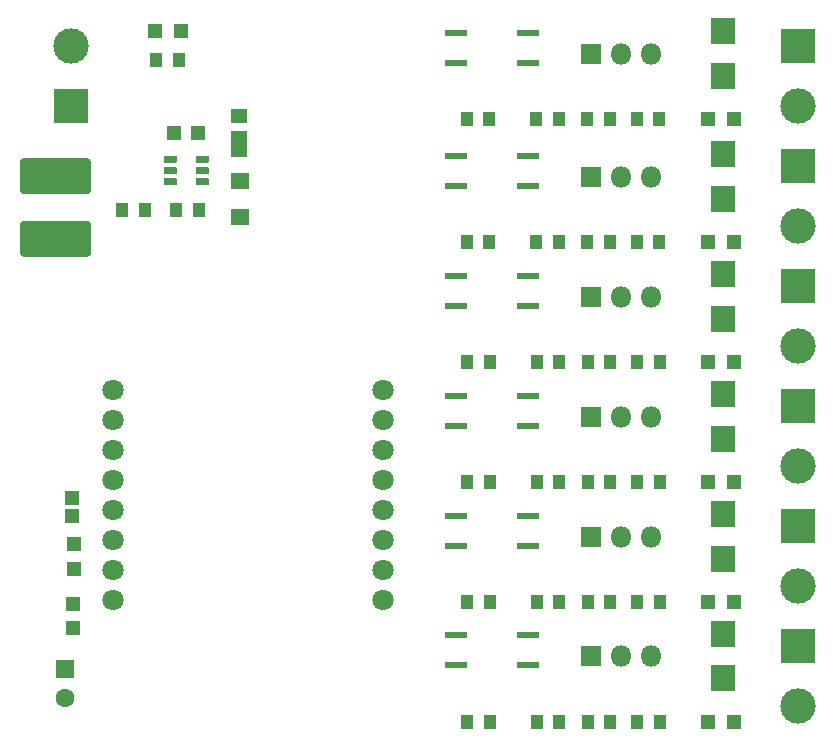
<source format=gbr>
%TF.GenerationSoftware,KiCad,Pcbnew,(5.1.7)-1*%
%TF.CreationDate,2020-12-01T10:33:41+01:00*%
%TF.ProjectId,HeatController,48656174-436f-46e7-9472-6f6c6c65722e,rev?*%
%TF.SameCoordinates,Original*%
%TF.FileFunction,Soldermask,Top*%
%TF.FilePolarity,Negative*%
%FSLAX46Y46*%
G04 Gerber Fmt 4.6, Leading zero omitted, Abs format (unit mm)*
G04 Created by KiCad (PCBNEW (5.1.7)-1) date 2020-12-01 10:33:41*
%MOMM*%
%LPD*%
G01*
G04 APERTURE LIST*
%ADD10R,1.300000X1.200000*%
%ADD11R,3.000000X3.000000*%
%ADD12C,3.000000*%
%ADD13C,1.800000*%
%ADD14R,1.250000X1.200000*%
%ADD15R,1.200000X1.200000*%
%ADD16R,1.800000X1.800000*%
%ADD17O,1.800000X1.800000*%
%ADD18R,1.930000X0.590000*%
%ADD19R,1.000000X1.300000*%
%ADD20R,2.100000X2.200000*%
%ADD21R,1.200000X1.250000*%
%ADD22R,1.600000X1.600000*%
%ADD23C,1.600000*%
%ADD24R,1.400000X2.300000*%
%ADD25R,1.400000X1.250000*%
%ADD26R,1.600000X1.400000*%
G04 APERTURE END LIST*
%TO.C,L1*%
G36*
G01*
X158942000Y-68523000D02*
X153440000Y-68523000D01*
G75*
G02*
X153191000Y-68274000I0J249000D01*
G01*
X153191000Y-65772000D01*
G75*
G02*
X153440000Y-65523000I249000J0D01*
G01*
X158942000Y-65523000D01*
G75*
G02*
X159191000Y-65772000I0J-249000D01*
G01*
X159191000Y-68274000D01*
G75*
G02*
X158942000Y-68523000I-249000J0D01*
G01*
G37*
G36*
G01*
X158961000Y-73823000D02*
X153459000Y-73823000D01*
G75*
G02*
X153210000Y-73574000I0J249000D01*
G01*
X153210000Y-71072000D01*
G75*
G02*
X153459000Y-70823000I249000J0D01*
G01*
X158961000Y-70823000D01*
G75*
G02*
X159210000Y-71072000I0J-249000D01*
G01*
X159210000Y-73574000D01*
G75*
G02*
X158961000Y-73823000I-249000J0D01*
G01*
G37*
%TD*%
D10*
%TO.C,E_33*%
X157607000Y-94234000D03*
X157607000Y-95834000D03*
%TD*%
D11*
%TO.C,JP1*%
X157480000Y-61087000D03*
D12*
X157480000Y-56007000D03*
%TD*%
D11*
%TO.C,J6*%
X219075000Y-106807000D03*
D12*
X219075000Y-111887000D03*
%TD*%
D11*
%TO.C,J5*%
X219075000Y-96647000D03*
D12*
X219075000Y-101727000D03*
%TD*%
D11*
%TO.C,J4*%
X219075000Y-86487000D03*
D12*
X219075000Y-91567000D03*
%TD*%
D11*
%TO.C,J3*%
X219075000Y-76327000D03*
D12*
X219075000Y-81407000D03*
%TD*%
D11*
%TO.C,J2*%
X219075000Y-66167000D03*
D12*
X219075000Y-71247000D03*
%TD*%
D11*
%TO.C,J1*%
X219075000Y-56007000D03*
D12*
X219075000Y-61087000D03*
%TD*%
D13*
%TO.C,U1*%
X183896000Y-85090000D03*
X161036000Y-85090000D03*
X183896000Y-87630000D03*
X161036000Y-87630000D03*
X183896000Y-90170000D03*
X161036000Y-90170000D03*
X183896000Y-92710000D03*
X161036000Y-92710000D03*
X183896000Y-95250000D03*
X161036000Y-95250000D03*
X183896000Y-97790000D03*
X161036000Y-97790000D03*
X183896000Y-100330000D03*
X161036000Y-100330000D03*
X183896000Y-102870000D03*
X161036000Y-102870000D03*
%TD*%
D14*
%TO.C,Cout2*%
X157670500Y-103217000D03*
X157670500Y-105317000D03*
%TD*%
D15*
%TO.C,Dlj5*%
X213658500Y-103099000D03*
X211458500Y-103099000D03*
%TD*%
D16*
%TO.C,Q5*%
X201573000Y-97574500D03*
D17*
X204113000Y-97574500D03*
X206653000Y-97574500D03*
%TD*%
D18*
%TO.C,U_OC5*%
X196231000Y-95796500D03*
X196231000Y-98336500D03*
X190151000Y-98336500D03*
X190151000Y-95796500D03*
%TD*%
D19*
%TO.C,Rioc5*%
X192974000Y-103099000D03*
X191074000Y-103099000D03*
%TD*%
%TO.C,Rlj5*%
X207349000Y-103099000D03*
X205449000Y-103099000D03*
%TD*%
%TO.C,Rpd5*%
X201258000Y-103099000D03*
X203158000Y-103099000D03*
%TD*%
D20*
%TO.C,D5*%
X212749000Y-95647500D03*
X212749000Y-99447500D03*
%TD*%
D19*
%TO.C,Roo5*%
X196940000Y-103099000D03*
X198840000Y-103099000D03*
%TD*%
D20*
%TO.C,D6*%
X212749000Y-105744000D03*
X212749000Y-109544000D03*
%TD*%
D18*
%TO.C,U_OC6*%
X196231000Y-105893000D03*
X196231000Y-108433000D03*
X190151000Y-108433000D03*
X190151000Y-105893000D03*
%TD*%
D19*
%TO.C,Rioc6*%
X192974000Y-113195500D03*
X191074000Y-113195500D03*
%TD*%
%TO.C,Rpd6*%
X201258000Y-113195500D03*
X203158000Y-113195500D03*
%TD*%
%TO.C,Roo6*%
X196940000Y-113195500D03*
X198840000Y-113195500D03*
%TD*%
D16*
%TO.C,Q6*%
X201573000Y-107671000D03*
D17*
X204113000Y-107671000D03*
X206653000Y-107671000D03*
%TD*%
D15*
%TO.C,Dlj6*%
X213658500Y-113195500D03*
X211458500Y-113195500D03*
%TD*%
D19*
%TO.C,Rlj6*%
X207349000Y-113195500D03*
X205449000Y-113195500D03*
%TD*%
D15*
%TO.C,Dlj3*%
X213658500Y-82779000D03*
X211458500Y-82779000D03*
%TD*%
D16*
%TO.C,Q3*%
X201573000Y-77254500D03*
D17*
X204113000Y-77254500D03*
X206653000Y-77254500D03*
%TD*%
D18*
%TO.C,U_OC3*%
X196231000Y-75476500D03*
X196231000Y-78016500D03*
X190151000Y-78016500D03*
X190151000Y-75476500D03*
%TD*%
D19*
%TO.C,Rioc3*%
X192974000Y-82779000D03*
X191074000Y-82779000D03*
%TD*%
%TO.C,Rlj3*%
X207349000Y-82779000D03*
X205449000Y-82779000D03*
%TD*%
%TO.C,Rpd3*%
X201258000Y-82779000D03*
X203158000Y-82779000D03*
%TD*%
D20*
%TO.C,D3*%
X212749000Y-75327500D03*
X212749000Y-79127500D03*
%TD*%
D19*
%TO.C,Roo3*%
X196940000Y-82779000D03*
X198840000Y-82779000D03*
%TD*%
D20*
%TO.C,D4*%
X212749000Y-85487500D03*
X212749000Y-89287500D03*
%TD*%
D18*
%TO.C,U_OC4*%
X196231000Y-85636500D03*
X196231000Y-88176500D03*
X190151000Y-88176500D03*
X190151000Y-85636500D03*
%TD*%
D19*
%TO.C,Rioc4*%
X192974000Y-92939000D03*
X191074000Y-92939000D03*
%TD*%
%TO.C,Rpd4*%
X201258000Y-92939000D03*
X203158000Y-92939000D03*
%TD*%
%TO.C,Roo4*%
X196940000Y-92939000D03*
X198840000Y-92939000D03*
%TD*%
D16*
%TO.C,Q4*%
X201573000Y-87414500D03*
D17*
X204113000Y-87414500D03*
X206653000Y-87414500D03*
%TD*%
D15*
%TO.C,Dlj4*%
X213658500Y-92939000D03*
X211458500Y-92939000D03*
%TD*%
D19*
%TO.C,Rlj4*%
X207349000Y-92939000D03*
X205449000Y-92939000D03*
%TD*%
D15*
%TO.C,Dlj2*%
X213634500Y-72580500D03*
X211434500Y-72580500D03*
%TD*%
D16*
%TO.C,Q2*%
X201549000Y-67056000D03*
D17*
X204089000Y-67056000D03*
X206629000Y-67056000D03*
%TD*%
D18*
%TO.C,U_OC2*%
X196207000Y-65278000D03*
X196207000Y-67818000D03*
X190127000Y-67818000D03*
X190127000Y-65278000D03*
%TD*%
D19*
%TO.C,Rioc2*%
X192950000Y-72580500D03*
X191050000Y-72580500D03*
%TD*%
%TO.C,Rlj2*%
X207325000Y-72580500D03*
X205425000Y-72580500D03*
%TD*%
%TO.C,Rpd2*%
X201234000Y-72580500D03*
X203134000Y-72580500D03*
%TD*%
D20*
%TO.C,D2*%
X212725000Y-65129000D03*
X212725000Y-68929000D03*
%TD*%
D19*
%TO.C,Roo2*%
X196916000Y-72580500D03*
X198816000Y-72580500D03*
%TD*%
%TO.C,Rlpow1*%
X166621500Y-57213500D03*
X164721500Y-57213500D03*
%TD*%
D15*
%TO.C,Dlpow1*%
X166835000Y-54737000D03*
X164635000Y-54737000D03*
%TD*%
D20*
%TO.C,D1*%
X212725000Y-54715000D03*
X212725000Y-58515000D03*
%TD*%
D19*
%TO.C,Roo1*%
X196916000Y-62166500D03*
X198816000Y-62166500D03*
%TD*%
%TO.C,Rfbt1*%
X161864000Y-69850000D03*
X163764000Y-69850000D03*
%TD*%
%TO.C,Rfbb1*%
X166436000Y-69850000D03*
X168336000Y-69850000D03*
%TD*%
%TO.C,Rlj1*%
X207325000Y-62166500D03*
X205425000Y-62166500D03*
%TD*%
%TO.C,Rpd1*%
X201234000Y-62166500D03*
X203134000Y-62166500D03*
%TD*%
%TO.C,Rioc1*%
X192950000Y-62166500D03*
X191050000Y-62166500D03*
%TD*%
D14*
%TO.C,Cout1*%
X157734000Y-100271000D03*
X157734000Y-98171000D03*
%TD*%
D21*
%TO.C,Cboot1*%
X166209000Y-63373000D03*
X168309000Y-63373000D03*
%TD*%
D22*
%TO.C,C1*%
X156972000Y-108712000D03*
D23*
X156972000Y-111212000D03*
%TD*%
D24*
%TO.C,D7*%
X171704000Y-64269000D03*
D25*
X171704000Y-61944000D03*
%TD*%
%TO.C,U2*%
G36*
G01*
X165408800Y-67198000D02*
X166409200Y-67198000D01*
G75*
G02*
X166459000Y-67247800I0J-49800D01*
G01*
X166459000Y-67748200D01*
G75*
G02*
X166409200Y-67798000I-49800J0D01*
G01*
X165408800Y-67798000D01*
G75*
G02*
X165359000Y-67748200I0J49800D01*
G01*
X165359000Y-67247800D01*
G75*
G02*
X165408800Y-67198000I49800J0D01*
G01*
G37*
G36*
G01*
X168108800Y-67198000D02*
X169109200Y-67198000D01*
G75*
G02*
X169159000Y-67247800I0J-49800D01*
G01*
X169159000Y-67748200D01*
G75*
G02*
X169109200Y-67798000I-49800J0D01*
G01*
X168108800Y-67798000D01*
G75*
G02*
X168059000Y-67748200I0J49800D01*
G01*
X168059000Y-67247800D01*
G75*
G02*
X168108800Y-67198000I49800J0D01*
G01*
G37*
G36*
G01*
X165408800Y-66248000D02*
X166409200Y-66248000D01*
G75*
G02*
X166459000Y-66297800I0J-49800D01*
G01*
X166459000Y-66798200D01*
G75*
G02*
X166409200Y-66848000I-49800J0D01*
G01*
X165408800Y-66848000D01*
G75*
G02*
X165359000Y-66798200I0J49800D01*
G01*
X165359000Y-66297800D01*
G75*
G02*
X165408800Y-66248000I49800J0D01*
G01*
G37*
G36*
G01*
X168108800Y-66248000D02*
X169109200Y-66248000D01*
G75*
G02*
X169159000Y-66297800I0J-49800D01*
G01*
X169159000Y-66798200D01*
G75*
G02*
X169109200Y-66848000I-49800J0D01*
G01*
X168108800Y-66848000D01*
G75*
G02*
X168059000Y-66798200I0J49800D01*
G01*
X168059000Y-66297800D01*
G75*
G02*
X168108800Y-66248000I49800J0D01*
G01*
G37*
G36*
G01*
X165408800Y-65298000D02*
X166409200Y-65298000D01*
G75*
G02*
X166459000Y-65347800I0J-49800D01*
G01*
X166459000Y-65848200D01*
G75*
G02*
X166409200Y-65898000I-49800J0D01*
G01*
X165408800Y-65898000D01*
G75*
G02*
X165359000Y-65848200I0J49800D01*
G01*
X165359000Y-65347800D01*
G75*
G02*
X165408800Y-65298000I49800J0D01*
G01*
G37*
G36*
G01*
X168108800Y-65298000D02*
X169109200Y-65298000D01*
G75*
G02*
X169159000Y-65347800I0J-49800D01*
G01*
X169159000Y-65848200D01*
G75*
G02*
X169109200Y-65898000I-49800J0D01*
G01*
X168108800Y-65898000D01*
G75*
G02*
X168059000Y-65848200I0J49800D01*
G01*
X168059000Y-65347800D01*
G75*
G02*
X168108800Y-65298000I49800J0D01*
G01*
G37*
%TD*%
D26*
%TO.C,Cin1*%
X171831000Y-67461000D03*
X171831000Y-70461000D03*
%TD*%
D18*
%TO.C,U_OC1*%
X196207000Y-54864000D03*
X196207000Y-57404000D03*
X190127000Y-57404000D03*
X190127000Y-54864000D03*
%TD*%
D15*
%TO.C,Dlj1*%
X213634500Y-62166500D03*
X211434500Y-62166500D03*
%TD*%
D16*
%TO.C,Q1*%
X201549000Y-56642000D03*
D17*
X204089000Y-56642000D03*
X206629000Y-56642000D03*
%TD*%
M02*

</source>
